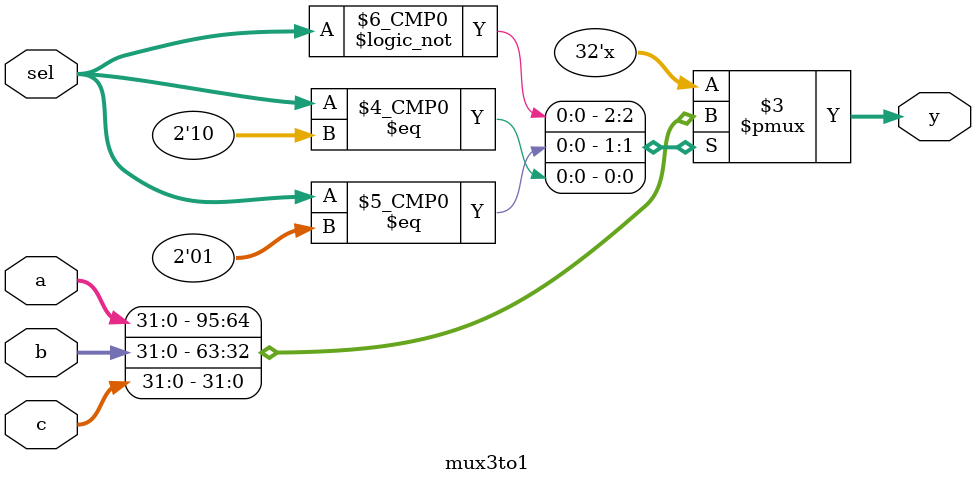
<source format=sv>
`timescale 1ns / 1ps

module mux3to1 #(
    parameter DATA_WIDTH = 32)
(

    input logic [DATA_WIDTH-1:0]        a, b, c,
    input logic [1:0]                   sel,
    output logic [DATA_WIDTH-1:0]       y

);

    always_comb begin : comb_proc
        case(sel)
            2'b00:          y = a;
            2'b01:          y = b;
            2'b10:          y = c;
            default:        y = 'x;
        endcase
    end

endmodule
</source>
